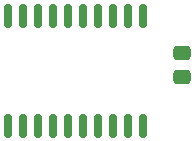
<source format=gbr>
%TF.GenerationSoftware,KiCad,Pcbnew,9.0.3*%
%TF.CreationDate,2025-09-23T17:45:54+09:00*%
%TF.ProjectId,SynthBoard,53796e74-6842-46f6-9172-642e6b696361,rev?*%
%TF.SameCoordinates,Original*%
%TF.FileFunction,Paste,Bot*%
%TF.FilePolarity,Positive*%
%FSLAX46Y46*%
G04 Gerber Fmt 4.6, Leading zero omitted, Abs format (unit mm)*
G04 Created by KiCad (PCBNEW 9.0.3) date 2025-09-23 17:45:54*
%MOMM*%
%LPD*%
G01*
G04 APERTURE LIST*
G04 Aperture macros list*
%AMRoundRect*
0 Rectangle with rounded corners*
0 $1 Rounding radius*
0 $2 $3 $4 $5 $6 $7 $8 $9 X,Y pos of 4 corners*
0 Add a 4 corners polygon primitive as box body*
4,1,4,$2,$3,$4,$5,$6,$7,$8,$9,$2,$3,0*
0 Add four circle primitives for the rounded corners*
1,1,$1+$1,$2,$3*
1,1,$1+$1,$4,$5*
1,1,$1+$1,$6,$7*
1,1,$1+$1,$8,$9*
0 Add four rect primitives between the rounded corners*
20,1,$1+$1,$2,$3,$4,$5,0*
20,1,$1+$1,$4,$5,$6,$7,0*
20,1,$1+$1,$6,$7,$8,$9,0*
20,1,$1+$1,$8,$9,$2,$3,0*%
G04 Aperture macros list end*
%ADD10RoundRect,0.250000X0.475000X-0.337500X0.475000X0.337500X-0.475000X0.337500X-0.475000X-0.337500X0*%
%ADD11RoundRect,0.150000X0.150000X-0.875000X0.150000X0.875000X-0.150000X0.875000X-0.150000X-0.875000X0*%
G04 APERTURE END LIST*
D10*
%TO.C,C14*%
X319060000Y-78370000D03*
X319060000Y-76295000D03*
%TD*%
D11*
%TO.C,IC8*%
X315758000Y-82469000D03*
X314488000Y-82469000D03*
X313218000Y-82469000D03*
X311948000Y-82469000D03*
X310678000Y-82469000D03*
X309408000Y-82469000D03*
X308138000Y-82469000D03*
X306868000Y-82469000D03*
X305598000Y-82469000D03*
X304328000Y-82469000D03*
X304328000Y-73169000D03*
X305598000Y-73169000D03*
X306868000Y-73169000D03*
X308138000Y-73169000D03*
X309408000Y-73169000D03*
X310678000Y-73169000D03*
X311948000Y-73169000D03*
X313218000Y-73169000D03*
X314488000Y-73169000D03*
X315758000Y-73169000D03*
%TD*%
M02*

</source>
